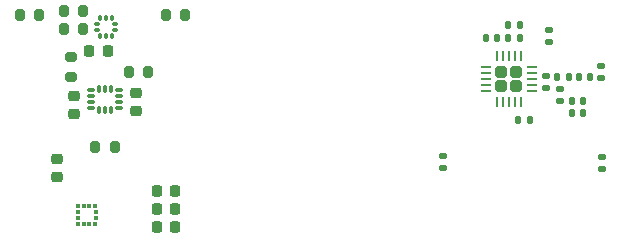
<source format=gtp>
G04 #@! TF.GenerationSoftware,KiCad,Pcbnew,9.0.5*
G04 #@! TF.CreationDate,2025-11-03T18:46:07+02:00*
G04 #@! TF.ProjectId,elecDeTrimisproiect,656c6563-4465-4547-9269-6d697370726f,rev?*
G04 #@! TF.SameCoordinates,Original*
G04 #@! TF.FileFunction,Paste,Top*
G04 #@! TF.FilePolarity,Positive*
%FSLAX46Y46*%
G04 Gerber Fmt 4.6, Leading zero omitted, Abs format (unit mm)*
G04 Created by KiCad (PCBNEW 9.0.5) date 2025-11-03 18:46:07*
%MOMM*%
%LPD*%
G01*
G04 APERTURE LIST*
G04 Aperture macros list*
%AMRoundRect*
0 Rectangle with rounded corners*
0 $1 Rounding radius*
0 $2 $3 $4 $5 $6 $7 $8 $9 X,Y pos of 4 corners*
0 Add a 4 corners polygon primitive as box body*
4,1,4,$2,$3,$4,$5,$6,$7,$8,$9,$2,$3,0*
0 Add four circle primitives for the rounded corners*
1,1,$1+$1,$2,$3*
1,1,$1+$1,$4,$5*
1,1,$1+$1,$6,$7*
1,1,$1+$1,$8,$9*
0 Add four rect primitives between the rounded corners*
20,1,$1+$1,$2,$3,$4,$5,0*
20,1,$1+$1,$4,$5,$6,$7,0*
20,1,$1+$1,$6,$7,$8,$9,0*
20,1,$1+$1,$8,$9,$2,$3,0*%
G04 Aperture macros list end*
%ADD10RoundRect,0.062500X-0.062500X-0.350000X0.062500X-0.350000X0.062500X0.350000X-0.062500X0.350000X0*%
%ADD11RoundRect,0.062500X-0.350000X-0.062500X0.350000X-0.062500X0.350000X0.062500X-0.350000X0.062500X0*%
%ADD12RoundRect,0.250000X-0.255000X-0.255000X0.255000X-0.255000X0.255000X0.255000X-0.255000X0.255000X0*%
%ADD13RoundRect,0.087500X0.125000X0.087500X-0.125000X0.087500X-0.125000X-0.087500X0.125000X-0.087500X0*%
%ADD14RoundRect,0.087500X0.087500X0.125000X-0.087500X0.125000X-0.087500X-0.125000X0.087500X-0.125000X0*%
%ADD15RoundRect,0.225000X-0.250000X0.225000X-0.250000X-0.225000X0.250000X-0.225000X0.250000X0.225000X0*%
%ADD16RoundRect,0.140000X0.170000X-0.140000X0.170000X0.140000X-0.170000X0.140000X-0.170000X-0.140000X0*%
%ADD17RoundRect,0.140000X-0.140000X-0.170000X0.140000X-0.170000X0.140000X0.170000X-0.140000X0.170000X0*%
%ADD18RoundRect,0.225000X0.225000X0.250000X-0.225000X0.250000X-0.225000X-0.250000X0.225000X-0.250000X0*%
%ADD19RoundRect,0.225000X-0.225000X-0.250000X0.225000X-0.250000X0.225000X0.250000X-0.225000X0.250000X0*%
%ADD20RoundRect,0.200000X0.200000X0.275000X-0.200000X0.275000X-0.200000X-0.275000X0.200000X-0.275000X0*%
%ADD21RoundRect,0.200000X-0.275000X0.200000X-0.275000X-0.200000X0.275000X-0.200000X0.275000X0.200000X0*%
%ADD22RoundRect,0.200000X-0.200000X-0.275000X0.200000X-0.275000X0.200000X0.275000X-0.200000X0.275000X0*%
%ADD23RoundRect,0.135000X-0.135000X-0.185000X0.135000X-0.185000X0.135000X0.185000X-0.135000X0.185000X0*%
%ADD24RoundRect,0.225000X0.250000X-0.225000X0.250000X0.225000X-0.250000X0.225000X-0.250000X-0.225000X0*%
%ADD25R,0.350000X0.375000*%
%ADD26R,0.375000X0.350000*%
%ADD27RoundRect,0.147500X0.172500X-0.147500X0.172500X0.147500X-0.172500X0.147500X-0.172500X-0.147500X0*%
%ADD28RoundRect,0.135000X-0.185000X0.135000X-0.185000X-0.135000X0.185000X-0.135000X0.185000X0.135000X0*%
%ADD29RoundRect,0.140000X0.140000X0.170000X-0.140000X0.170000X-0.140000X-0.170000X0.140000X-0.170000X0*%
%ADD30RoundRect,0.087500X-0.225000X-0.087500X0.225000X-0.087500X0.225000X0.087500X-0.225000X0.087500X0*%
%ADD31RoundRect,0.087500X-0.087500X-0.225000X0.087500X-0.225000X0.087500X0.225000X-0.087500X0.225000X0*%
%ADD32RoundRect,0.147500X-0.172500X0.147500X-0.172500X-0.147500X0.172500X-0.147500X0.172500X0.147500X0*%
%ADD33RoundRect,0.147500X-0.147500X-0.172500X0.147500X-0.172500X0.147500X0.172500X-0.147500X0.172500X0*%
G04 APERTURE END LIST*
D10*
G04 #@! TO.C,U4*
X71500000Y-41562500D03*
X72000000Y-41562500D03*
X72500000Y-41562500D03*
X73000000Y-41562500D03*
X73500000Y-41562500D03*
D11*
X74437500Y-42500000D03*
X74437500Y-43000000D03*
X74437500Y-43500000D03*
X74437500Y-44000000D03*
X74437500Y-44500000D03*
D10*
X73500000Y-45437500D03*
X73000000Y-45437500D03*
X72500000Y-45437500D03*
X72000000Y-45437500D03*
X71500000Y-45437500D03*
D11*
X70562500Y-44500000D03*
X70562500Y-44000000D03*
X70562500Y-43500000D03*
X70562500Y-43000000D03*
X70562500Y-42500000D03*
D12*
X73125000Y-44125000D03*
X73125000Y-42875000D03*
X71875000Y-44125000D03*
X71875000Y-42875000D03*
G04 #@! TD*
D13*
G04 #@! TO.C,U3*
X39162500Y-39362500D03*
X39162500Y-38862500D03*
D14*
X38900000Y-38350000D03*
X38400000Y-38350000D03*
X37900000Y-38350000D03*
D13*
X37637500Y-38862500D03*
X37637500Y-39362500D03*
D14*
X37900000Y-39875000D03*
X38400000Y-39875000D03*
X38900000Y-39875000D03*
G04 #@! TD*
D15*
G04 #@! TO.C,C1*
X34250000Y-50225000D03*
X34250000Y-51775000D03*
G04 #@! TD*
D16*
G04 #@! TO.C,C15*
X80350000Y-43392500D03*
X80350000Y-42432500D03*
G04 #@! TD*
D15*
G04 #@! TO.C,C6*
X35662500Y-44937500D03*
X35662500Y-46487500D03*
G04 #@! TD*
D17*
G04 #@! TO.C,C16*
X78450000Y-43312500D03*
X79410000Y-43312500D03*
G04 #@! TD*
D16*
G04 #@! TO.C,C9*
X66915000Y-50995000D03*
X66915000Y-50035000D03*
G04 #@! TD*
D18*
G04 #@! TO.C,C5*
X38537500Y-41112500D03*
X36987500Y-41112500D03*
G04 #@! TD*
D19*
G04 #@! TO.C,C2*
X42725000Y-54500000D03*
X44275000Y-54500000D03*
G04 #@! TD*
D17*
G04 #@! TO.C,C10*
X72470000Y-40012500D03*
X73430000Y-40012500D03*
G04 #@! TD*
G04 #@! TO.C,C13*
X77830000Y-46362500D03*
X78790000Y-46362500D03*
G04 #@! TD*
D20*
G04 #@! TO.C,R1*
X45125000Y-38100000D03*
X43475000Y-38100000D03*
G04 #@! TD*
D19*
G04 #@! TO.C,C3*
X42725000Y-56000000D03*
X44275000Y-56000000D03*
G04 #@! TD*
D21*
G04 #@! TO.C,R7*
X35412500Y-41637500D03*
X35412500Y-43287500D03*
G04 #@! TD*
D20*
G04 #@! TO.C,R5*
X36487500Y-37762500D03*
X34837500Y-37762500D03*
G04 #@! TD*
D17*
G04 #@! TO.C,C14*
X77830000Y-45362500D03*
X78790000Y-45362500D03*
G04 #@! TD*
D22*
G04 #@! TO.C,R3*
X37475000Y-49212500D03*
X39125000Y-49212500D03*
G04 #@! TD*
D23*
G04 #@! TO.C,R9*
X73240000Y-47000000D03*
X74260000Y-47000000D03*
G04 #@! TD*
D24*
G04 #@! TO.C,C7*
X40962500Y-46237500D03*
X40962500Y-44687500D03*
G04 #@! TD*
D20*
G04 #@! TO.C,R6*
X41987500Y-42912500D03*
X40337500Y-42912500D03*
G04 #@! TD*
D25*
G04 #@! TO.C,U2*
X37500000Y-54237500D03*
X37000000Y-54237500D03*
X36500000Y-54237500D03*
X36000000Y-54237500D03*
D26*
X35987500Y-54750000D03*
X35987500Y-55250000D03*
D25*
X36000000Y-55762500D03*
X36500000Y-55762500D03*
X37000000Y-55762500D03*
X37500000Y-55762500D03*
D26*
X37512500Y-55250000D03*
X37512500Y-54750000D03*
G04 #@! TD*
D27*
G04 #@! TO.C,L1*
X76810000Y-45332500D03*
X76810000Y-44362500D03*
G04 #@! TD*
D17*
G04 #@! TO.C,C11*
X72470000Y-38962500D03*
X73430000Y-38962500D03*
G04 #@! TD*
D28*
G04 #@! TO.C,R8*
X75890000Y-39312500D03*
X75890000Y-40332500D03*
G04 #@! TD*
D29*
G04 #@! TO.C,C8*
X71530000Y-40012500D03*
X70570000Y-40012500D03*
G04 #@! TD*
D19*
G04 #@! TO.C,C4*
X42725000Y-53000000D03*
X44275000Y-53000000D03*
G04 #@! TD*
D16*
G04 #@! TO.C,C12*
X80415000Y-51095000D03*
X80415000Y-50135000D03*
G04 #@! TD*
D30*
G04 #@! TO.C,U1*
X37137500Y-44462500D03*
X37137500Y-44962500D03*
X37137500Y-45462500D03*
X37137500Y-45962500D03*
D31*
X37800000Y-46125000D03*
X38300000Y-46125000D03*
X38800000Y-46125000D03*
D30*
X39462500Y-45962500D03*
X39462500Y-45462500D03*
X39462500Y-44962500D03*
X39462500Y-44462500D03*
D31*
X38800000Y-44300000D03*
X38300000Y-44300000D03*
X37800000Y-44300000D03*
G04 #@! TD*
D32*
G04 #@! TO.C,L3*
X75625000Y-43252500D03*
X75625000Y-44222500D03*
G04 #@! TD*
D20*
G04 #@! TO.C,R4*
X36487500Y-39262500D03*
X34837500Y-39262500D03*
G04 #@! TD*
G04 #@! TO.C,R2*
X32725000Y-38100000D03*
X31075000Y-38100000D03*
G04 #@! TD*
D33*
G04 #@! TO.C,L2*
X76590000Y-43312500D03*
X77560000Y-43312500D03*
G04 #@! TD*
M02*

</source>
